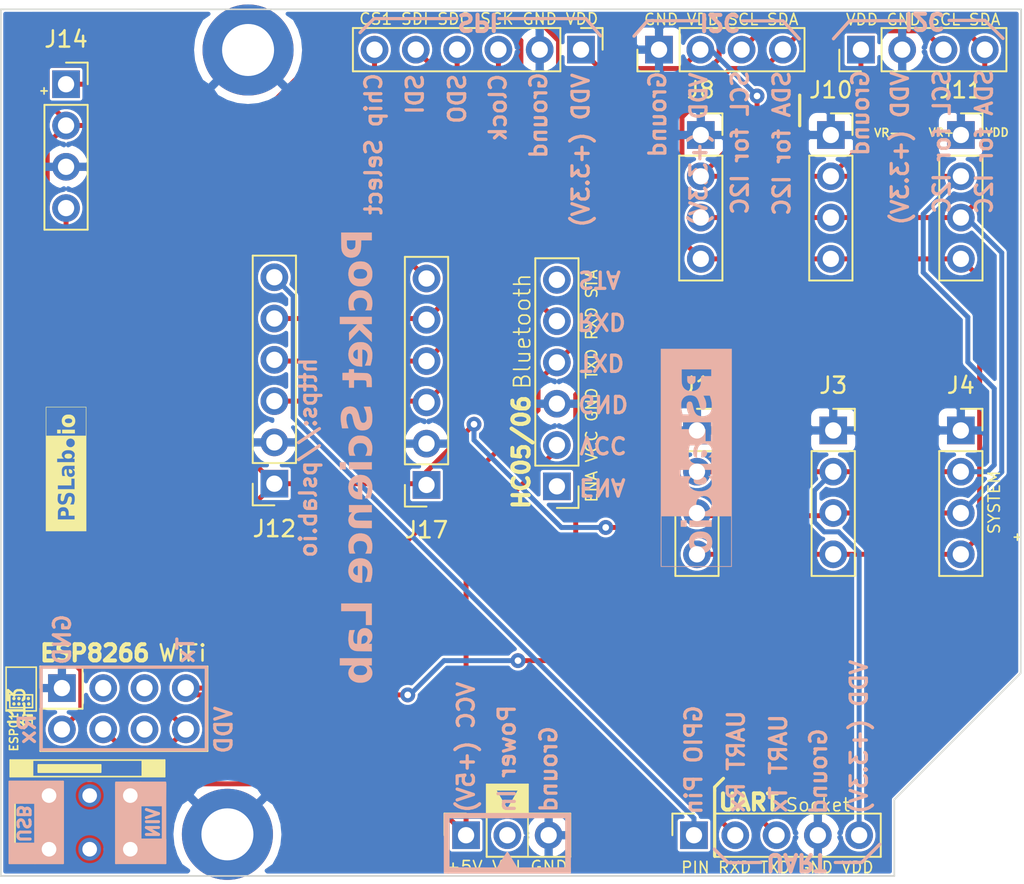
<source format=kicad_pcb>
(kicad_pcb (version 20171130) (host pcbnew 5.1.6-c6e7f7d~87~ubuntu18.04.1)
  (title_block (title PSLab) (date 2019-03-24) (rev v6.1) (company FOSSASIA))
  (layers (0 L1.Front signal) (1 L2.Signal signal) (2 L3.Power signal) (31 L4.Ground signal) (34 B.Paste user) (35 F.Paste user) (36 B.SilkS user) (37 F.SilkS user) (38 B.Mask user) (39 F.Mask user) (44 Edge.Cuts user))
  (net 0 "")
  (net 1 GND)
  (net 2 +5V)
  (net 3 SCK)
  (net 4 SDO)
  (net 5 SDI)
  (net 6 CS)
  (net 7 "Net-(J5-Pad1)")
  (net 8 "Net-(J5-Pad6)")
  (net 9 ExP)
  (net 10 InP)
  (net 11 IOut)
  (net 12 TxD2)
  (net 13 RxD2)
  (net 14 Vdd)
  (net 15 /SDA)
  (net 16 /SCL)
  (net 17 "Net-(J15-Pad2)")
  (net 18 "Net-(J13-Pad3)")
  (net 19 "Net-(J13-Pad5)")
  (net 20 "Net-(J13-Pad6)")
  (module Pin_Headers:Pin_Header_Straight_1x04_Pitch2.54mm (layer L1.Front) (at 131.43 62.75 90)
    (fp_text reference J6 hide)
    (fp_text value I2C-1)
    (pad 1 thru_hole rect (at 0 0 90) (size 1.7 1.7) (drill 1) (layers *.Cu *.Mask) (net 1 GND))
    (pad 2 thru_hole oval (at 0 2.54 90) (size 1.7 1.7) (drill 1) (layers *.Cu *.Mask) (net 14 Vdd))
    (pad 3 thru_hole oval (at 0 5.08 90) (size 1.7 1.7) (drill 1) (layers *.Cu *.Mask) (net 15 /SDA))
    (pad 4 thru_hole oval (at 0 7.62 90) (size 1.7 1.7) (drill 1) (layers *.Cu *.Mask) (net 16 /SCL))
  )
  (module Pin_Headers:Pin_Header_Straight_1x04_Pitch2.54mm (layer L1.Front) (at 143.85 62.75 90)
    (fp_text reference J16 hide)
    (fp_text value I2C-2)
    (pad 1 thru_hole rect (at 0 0 90) (size 1.7 1.7) (drill 1) (layers *.Cu *.Mask) (net 14 Vdd))
    (pad 2 thru_hole oval (at 0 2.54 90) (size 1.7 1.7) (drill 1) (layers *.Cu *.Mask) (net 1 GND))
    (pad 3 thru_hole oval (at 0 5.08 90) (size 1.7 1.7) (drill 1) (layers *.Cu *.Mask) (net 16 /SCL))
    (pad 4 thru_hole oval (at 0 7.62 90) (size 1.7 1.7) (drill 1) (layers *.Cu *.Mask) (net 15 /SDA))
  )
  (module Pin_Headers:Pin_Header_Straight_1x06_Pitch2.54mm (layer L1.Front) (at 125.148 89.611 180)
    (fp_text reference J5 hide)
    (fp_text value Bluetooth hide)
    (pad 1 thru_hole rect (at 0 0 180) (size 1.7 1.7) (drill 1) (layers *.Cu *.Mask) (net 7 "Net-(J5-Pad1)"))
    (pad 2 thru_hole oval (at 0 2.54 180) (size 1.7 1.7) (drill 1) (layers *.Cu *.Mask) (net 2 +5V))
    (pad 3 thru_hole oval (at 0 5.08 180) (size 1.7 1.7) (drill 1) (layers *.Cu *.Mask) (net 1 GND))
    (pad 4 thru_hole oval (at 0 7.62 180) (size 1.7 1.7) (drill 1) (layers *.Cu *.Mask) (net 12 TxD2))
    (pad 5 thru_hole oval (at 0 10.16 180) (size 1.7 1.7) (drill 1) (layers *.Cu *.Mask) (net 13 RxD2))
    (pad 6 thru_hole oval (at 0 12.7 180) (size 1.7 1.7) (drill 1) (layers *.Cu *.Mask) (net 8 "Net-(J5-Pad6)"))
  )
  (module Custom_Components:PSL_Logo (layer L4.Ground) (at 112.8 87.85 270)
    (fp_text reference S7 hide)
    (fp_text value PSL_Logo hide)
  )
  (module Mounting_Holes:MountingHole_3.2mm_M3_DIN965_Pad (layer L1.Front) (at 104.88 111.02)
    (fp_text reference MH1 (at 0.05 0.08) (layer F.SilkS) (effects (font (size 0.5 0.5) (thickness 0.1))))
    (fp_text value M)
    (pad 1 thru_hole circle (at 0 0) (size 5.6 5.6) (drill 3.2) (layers *.Cu *.Mask) (net 1 GND))
  )
  (module Mounting_Holes:MountingHole_3.2mm_M3_DIN965_Pad (layer L1.Front) (at 106.15 62.77)
    (fp_text reference MH3 (at 0.03 -0.12) (layer F.SilkS) (effects (font (size 0.5 0.5) (thickness 0.1))))
    (fp_text value M)
    (pad 1 thru_hole circle (at 0 0) (size 5.6 5.6) (drill 3.2) (layers *.Cu *.Mask) (net 1 GND))
  )
  (module Pin_Headers:Pin_Header_Straight_1x06_Pitch2.54mm (layer L1.Front) (at 126.63 62.75 270)
    (fp_text reference J9 hide)
    (fp_text value "SPI Main")
    (pad 1 thru_hole rect (at 0 0 270) (size 1.7 1.7) (drill 1) (layers *.Cu *.Mask) (net 14 Vdd))
    (pad 2 thru_hole oval (at 0 2.54 270) (size 1.7 1.7) (drill 1) (layers *.Cu *.Mask) (net 1 GND))
    (pad 3 thru_hole oval (at 0 5.08 270) (size 1.7 1.7) (drill 1) (layers *.Cu *.Mask) (net 3 SCK))
    (pad 4 thru_hole oval (at 0 7.62 270) (size 1.7 1.7) (drill 1) (layers *.Cu *.Mask) (net 4 SDO))
    (pad 5 thru_hole oval (at 0 10.16 270) (size 1.7 1.7) (drill 1) (layers *.Cu *.Mask) (net 5 SDI))
    (pad 6 thru_hole oval (at 0 12.7 270) (size 1.7 1.7) (drill 1) (layers *.Cu *.Mask) (net 6 CS))
  )
  (module Custom_Components:PSLabDotIO (layer L1.Front) (at 94.9532 88.5483 90)
    (fp_text reference S2 hide)
    (fp_text value PSLab_Logo hide)
  )
  (module Custom_Components:PSLabDotIO4000 (layer L4.Ground) (at 133.72 87.86 270)
    (fp_text reference S4 hide)
    (fp_text value PSLabDotIO_B hide)
  )
  (module Connector_PinSocket_2.54mm:PinSocket_1x03_P2.54mm_Vertical (layer L1.Front) (at 119.56 111.074 90)
    (fp_text reference J15 hide)
    (fp_text value "External Power" hide)
    (pad 1 thru_hole rect (at 0 0 90) (size 1.7 1.7) (drill 1) (layers *.Cu *.Mask) (net 2 +5V))
    (pad 2 thru_hole oval (at 0 2.54 90) (size 1.7 1.7) (drill 1) (layers *.Cu *.Mask) (net 17 "Net-(J15-Pad2)"))
    (pad 3 thru_hole oval (at 0 5.08 90) (size 1.7 1.7) (drill 1) (layers *.Cu *.Mask) (net 1 GND))
  )
  (module Button_Switch_THT:SW_CuK_JS202011CQN_DPDT_Straight (layer L1.Front) (at 93.906 108.6356)
    (fp_text reference SW1 hide)
    (fp_text value "Power Route" hide)
    (pad 1 thru_hole rect (at 0 0) (size 1.4 1.4) (drill 0.9) (layers *.Cu *.Mask) (net 10 InP))
    (pad 2 thru_hole circle (at 2.5 0) (size 1.4 1.4) (drill 0.9) (layers *.Cu *.Mask) (net 2 +5V))
    (pad 3 thru_hole circle (at 5 0) (size 1.4 1.4) (drill 0.9) (layers *.Cu *.Mask) (net 9 ExP))
    (pad 4 thru_hole circle (at 0 3.3) (size 1.4 1.4) (drill 0.9) (layers *.Cu *.Mask) (net 10 InP))
    (pad 5 thru_hole circle (at 2.5 3.3) (size 1.4 1.4) (drill 0.9) (layers *.Cu *.Mask) (net 2 +5V))
    (pad 6 thru_hole circle (at 5 3.3) (size 1.4 1.4) (drill 0.9) (layers *.Cu *.Mask) (net 9 ExP))
  )
  (module Connector_PinSocket_2.54mm:PinSocket_1x05_P2.54mm_Vertical (layer L1.Front) (at 133.5808 111.074 90)
    (fp_text reference J7 hide)
    (fp_text value UART/ESP hide)
    (pad 1 thru_hole rect (at 0 0 90) (size 1.7 1.7) (drill 1) (layers *.Cu *.Mask) (net 11 IOut))
    (pad 2 thru_hole oval (at 0 2.54 90) (size 1.7 1.7) (drill 1) (layers *.Cu *.Mask) (net 12 TxD2))
    (pad 3 thru_hole oval (at 0 5.08 90) (size 1.7 1.7) (drill 1) (layers *.Cu *.Mask) (net 13 RxD2))
    (pad 4 thru_hole oval (at 0 7.62 90) (size 1.7 1.7) (drill 1) (layers *.Cu *.Mask) (net 1 GND))
    (pad 5 thru_hole oval (at 0 10.16 90) (size 1.7 1.7) (drill 1) (layers *.Cu *.Mask) (net 14 Vdd))
  )
  (module Connector_PinSocket_2.54mm:PinSocket_1x04_P2.54mm_Vertical (layer L1.Front) (at 133.7644 86.1734)
    (fp_text reference J1 (at 0 -2.77) (layer F.SilkS))
    (fp_text value "I2C G6")
    (pad 4 thru_hole oval (at 0 7.62) (size 1.7 1.7) (drill 1) (layers *.Cu *.Mask) (net 16 /SCL))
    (pad 3 thru_hole oval (at 0 5.08) (size 1.7 1.7) (drill 1) (layers *.Cu *.Mask) (net 15 /SDA))
    (pad 2 thru_hole oval (at 0 2.54) (size 1.7 1.7) (drill 1) (layers *.Cu *.Mask) (net 14 Vdd))
    (pad 1 thru_hole rect (at 0 0) (size 1.7 1.7) (drill 1) (layers *.Cu *.Mask) (net 1 GND))
  )
  (module Connector_PinSocket_2.54mm:PinSocket_1x04_P2.54mm_Vertical (layer L1.Front) (at 142.1464 86.1734)
    (fp_text reference J3 (at 0 -2.77) (layer F.SilkS))
    (fp_text value "I2C G5")
    (pad 1 thru_hole rect (at 0 0) (size 1.7 1.7) (drill 1) (layers *.Cu *.Mask) (net 1 GND))
    (pad 2 thru_hole oval (at 0 2.54) (size 1.7 1.7) (drill 1) (layers *.Cu *.Mask) (net 14 Vdd))
    (pad 3 thru_hole oval (at 0 5.08) (size 1.7 1.7) (drill 1) (layers *.Cu *.Mask) (net 15 /SDA))
    (pad 4 thru_hole oval (at 0 7.62) (size 1.7 1.7) (drill 1) (layers *.Cu *.Mask) (net 16 /SCL))
  )
  (module Connector_PinSocket_2.54mm:PinSocket_1x04_P2.54mm_Vertical (layer L1.Front) (at 149.995 86.1734)
    (fp_text reference J4 (at 0 -2.77) (layer F.SilkS))
    (fp_text value "I2C G4")
    (pad 4 thru_hole oval (at 0 7.62) (size 1.7 1.7) (drill 1) (layers *.Cu *.Mask) (net 16 /SCL))
    (pad 3 thru_hole oval (at 0 5.08) (size 1.7 1.7) (drill 1) (layers *.Cu *.Mask) (net 15 /SDA))
    (pad 2 thru_hole oval (at 0 2.54) (size 1.7 1.7) (drill 1) (layers *.Cu *.Mask) (net 14 Vdd))
    (pad 1 thru_hole rect (at 0 0) (size 1.7 1.7) (drill 1) (layers *.Cu *.Mask) (net 1 GND))
  )
  (module Connector_PinSocket_2.54mm:PinSocket_1x04_P2.54mm_Vertical (layer L1.Front) (at 134 68)
    (fp_text reference J8 (at 0 -2.77) (layer F.SilkS))
    (fp_text value "I2C G3")
    (pad 1 thru_hole rect (at 0 0) (size 1.7 1.7) (drill 1) (layers *.Cu *.Mask) (net 1 GND))
    (pad 2 thru_hole oval (at 0 2.54) (size 1.7 1.7) (drill 1) (layers *.Cu *.Mask) (net 14 Vdd))
    (pad 3 thru_hole oval (at 0 5.08) (size 1.7 1.7) (drill 1) (layers *.Cu *.Mask) (net 15 /SDA))
    (pad 4 thru_hole oval (at 0 7.62) (size 1.7 1.7) (drill 1) (layers *.Cu *.Mask) (net 16 /SCL))
  )
  (module Connector_PinSocket_2.54mm:PinSocket_1x04_P2.54mm_Vertical (layer L1.Front) (at 142 68)
    (fp_text reference J10 (at 0 -2.77) (layer F.SilkS))
    (fp_text value "I2C G2")
    (pad 4 thru_hole oval (at 0 7.62) (size 1.7 1.7) (drill 1) (layers *.Cu *.Mask) (net 16 /SCL))
    (pad 3 thru_hole oval (at 0 5.08) (size 1.7 1.7) (drill 1) (layers *.Cu *.Mask) (net 15 /SDA))
    (pad 2 thru_hole oval (at 0 2.54) (size 1.7 1.7) (drill 1) (layers *.Cu *.Mask) (net 14 Vdd))
    (pad 1 thru_hole rect (at 0 0) (size 1.7 1.7) (drill 1) (layers *.Cu *.Mask) (net 1 GND))
  )
  (module Connector_PinSocket_2.54mm:PinSocket_1x04_P2.54mm_Vertical (layer L1.Front) (at 150 68)
    (fp_text reference J11 (at 0 -2.77) (layer F.SilkS))
    (fp_text value "I2C G1")
    (pad 1 thru_hole rect (at 0 0) (size 1.7 1.7) (drill 1) (layers *.Cu *.Mask) (net 1 GND))
    (pad 2 thru_hole oval (at 0 2.54) (size 1.7 1.7) (drill 1) (layers *.Cu *.Mask) (net 14 Vdd))
    (pad 3 thru_hole oval (at 0 5.08) (size 1.7 1.7) (drill 1) (layers *.Cu *.Mask) (net 15 /SDA))
    (pad 4 thru_hole oval (at 0 7.62) (size 1.7 1.7) (drill 1) (layers *.Cu *.Mask) (net 16 /SCL))
  )
  (module Connector_PinSocket_2.54mm:PinSocket_1x06_P2.54mm_Vertical (layer L1.Front) (at 107.7675 89.45 180)
    (fp_text reference J12 (at 0 -2.77) (layer F.SilkS))
    (fp_text value "SPI G2")
    (pad 6 thru_hole oval (at 0 12.7 180) (size 1.7 1.7) (drill 1) (layers *.Cu *.Mask) (net 11 IOut))
    (pad 5 thru_hole oval (at 0 10.16 180) (size 1.7 1.7) (drill 1) (layers *.Cu *.Mask) (net 5 SDI))
    (pad 4 thru_hole oval (at 0 7.62 180) (size 1.7 1.7) (drill 1) (layers *.Cu *.Mask) (net 4 SDO))
    (pad 3 thru_hole oval (at 0 5.08 180) (size 1.7 1.7) (drill 1) (layers *.Cu *.Mask) (net 3 SCK))
    (pad 2 thru_hole oval (at 0 2.54 180) (size 1.7 1.7) (drill 1) (layers *.Cu *.Mask) (net 1 GND))
    (pad 1 thru_hole rect (at 0 0 180) (size 1.7 1.7) (drill 1) (layers *.Cu *.Mask) (net 14 Vdd))
  )
  (module Connector_PinSocket_2.54mm:PinSocket_2x04_P2.54mm_Vertical (layer L1.Front) (at 94.6992 102.023 90)
    (fp_text reference J13 (at -1.27 -2.77 90) (layer F.SilkS))
    (fp_text value ESP)
    (pad 1 thru_hole rect (at 0 0 90) (size 1.7 1.7) (drill 1) (layers *.Cu *.Mask) (net 1 GND))
    (pad 2 thru_hole oval (at -2.54 0 90) (size 1.7 1.7) (drill 1) (layers *.Cu *.Mask) (net 13 RxD2))
    (pad 3 thru_hole oval (at 0 2.54 90) (size 1.7 1.7) (drill 1) (layers *.Cu *.Mask) (net 18 "Net-(J13-Pad3)"))
    (pad 4 thru_hole oval (at -2.54 2.54 90) (size 1.7 1.7) (drill 1) (layers *.Cu *.Mask) (net 14 Vdd))
    (pad 5 thru_hole oval (at 0 5.08 90) (size 1.7 1.7) (drill 1) (layers *.Cu *.Mask) (net 19 "Net-(J13-Pad5)"))
    (pad 6 thru_hole oval (at -2.54 5.08 90) (size 1.7 1.7) (drill 1) (layers *.Cu *.Mask) (net 20 "Net-(J13-Pad6)"))
    (pad 7 thru_hole oval (at 0 7.62 90) (size 1.7 1.7) (drill 1) (layers *.Cu *.Mask) (net 12 TxD2))
    (pad 8 thru_hole oval (at -2.54 7.62 90) (size 1.7 1.7) (drill 1) (layers *.Cu *.Mask) (net 14 Vdd))
  )
  (module Connector_PinSocket_2.54mm:PinSocket_1x04_P2.54mm_Vertical (layer L1.Front) (at 94.9532 64.8755)
    (fp_text reference J14 (at 0 -2.77) (layer F.SilkS))
    (fp_text value "UART G1")
    (pad 1 thru_hole rect (at 0 0) (size 1.7 1.7) (drill 1) (layers *.Cu *.Mask) (net 12 TxD2))
    (pad 2 thru_hole oval (at 0 2.54) (size 1.7 1.7) (drill 1) (layers *.Cu *.Mask) (net 13 RxD2))
    (pad 3 thru_hole oval (at 0 5.08) (size 1.7 1.7) (drill 1) (layers *.Cu *.Mask) (net 1 GND))
    (pad 4 thru_hole oval (at 0 7.62) (size 1.7 1.7) (drill 1) (layers *.Cu *.Mask) (net 14 Vdd))
  )
  (module Connector_PinSocket_2.54mm:PinSocket_1x06_P2.54mm_Vertical (layer L1.Front) (at 117.1274 89.5262 180)
    (fp_text reference J17 (at 0 -2.77) (layer F.SilkS))
    (fp_text value "SPI G1")
    (pad 1 thru_hole rect (at 0 0 180) (size 1.7 1.7) (drill 1) (layers *.Cu *.Mask) (net 14 Vdd))
    (pad 2 thru_hole oval (at 0 2.54 180) (size 1.7 1.7) (drill 1) (layers *.Cu *.Mask) (net 1 GND))
    (pad 3 thru_hole oval (at 0 5.08 180) (size 1.7 1.7) (drill 1) (layers *.Cu *.Mask) (net 3 SCK))
    (pad 4 thru_hole oval (at 0 7.62 180) (size 1.7 1.7) (drill 1) (layers *.Cu *.Mask) (net 4 SDO))
    (pad 5 thru_hole oval (at 0 10.16 180) (size 1.7 1.7) (drill 1) (layers *.Cu *.Mask) (net 5 SDI))
    (pad 6 thru_hole oval (at 0 12.7 180) (size 1.7 1.7) (drill 1) (layers *.Cu *.Mask) (net 6 CS))
  )
  (gr_text "Chip Select" (at 113.87 64.09 90) (layer B.SilkS) (effects (font (size 1 1) (thickness 0.2)) (justify left mirror)))
  (gr_text SDI (at 116.42 64.14 90) (layer B.SilkS) (effects (font (size 1 1) (thickness 0.2)) (justify left mirror)))
  (gr_line (start 145.9056 108.881) (end 153.678 101.1086) (layer Edge.Cuts) (width 0.1))
  (gr_line (start 145.9056 113.58) (end 145.9056 108.881) (layer Edge.Cuts) (width 0.1))
  (gr_line (start 153.7034 60.2654) (end 153.678 101.1086) (layer Edge.Cuts) (width 0.1))
  (gr_line (start 93.4234 100.7362) (end 93.4234 100.7616) (layer B.SilkS) (width 0.1))
  (gr_line (start 103.5834 100.7362) (end 93.4234 100.7362) (layer B.SilkS) (width 0.2))
  (gr_line (start 103.5834 105.8162) (end 103.5834 100.7362) (layer B.SilkS) (width 0.2))
  (gr_line (start 93.4234 105.8162) (end 103.5834 105.8162) (layer B.SilkS) (width 0.2))
  (gr_line (start 93.4234 100.7616) (end 93.4234 105.8162) (layer B.SilkS) (width 0.2))
  (gr_text VDD (at 104.6502 104.597 90) (layer B.SilkS) (effects (font (size 1 1) (thickness 0.2)) (justify mirror)))
  (gr_text Rx (at 92.5598 104.5462 90) (layer B.SilkS) (effects (font (size 1 1) (thickness 0.2)) (justify mirror)))
  (gr_text Tx (at 102.3134 99.6948 90) (layer B.SilkS) (effects (font (size 1 1) (thickness 0.2)) (justify mirror)))
  (gr_text GND (at 94.7188 99.0344 90) (layer B.SilkS) (effects (font (size 1 1) (thickness 0.2)) (justify mirror)))
  (gr_text WiFi (at 102.1102 99.8726) (layer F.SilkS) (effects (font (size 1 1))))
  (gr_poly (pts (xy 92.8646 103.9366) (xy 92.6106 103.9366) (xy 92.6106 103.6826) (xy 92.8646 103.6826)) (layer F.SilkS) (width 0.1))
  (gr_line (start 92.3312 103.9874) (end 92.8392 103.9874) (layer F.SilkS) (width 0.1))
  (gr_line (start 92.8646 103.962) (end 92.8646 104.0128) (layer F.SilkS) (width 0.1))
  (gr_line (start 92.3058 103.962) (end 92.8646 103.962) (layer F.SilkS) (width 0.1))
  (gr_line (start 92.5852 103.6826) (end 92.5852 104.2414) (layer F.SilkS) (width 0.1))
  (gr_line (start 92.8646 104.2668) (end 92.3058 104.2668) (layer F.SilkS) (width 0.1))
  (gr_line (start 92.8646 103.6826) (end 92.8646 104.2668) (layer F.SilkS) (width 0.1))
  (gr_line (start 92.3058 103.6826) (end 92.8646 103.6826) (layer F.SilkS) (width 0.1))
  (gr_line (start 92.3058 104.2668) (end 92.3058 103.6826) (layer F.SilkS) (width 0.1))
  (gr_text ESP01 (at 91.747 104.724 90) (layer F.SilkS) (effects (font (size 0.5 0.5) (thickness 0.1))))
  (gr_circle (center 92.0518 102.9968) (end 92.1026 103.0222) (layer F.SilkS) (width 0.1))
  (gr_circle (center 92.3566 102.9968) (end 92.4074 103.0222) (layer F.SilkS) (width 0.1))
  (gr_circle (center 92.6614 102.9968) (end 92.7122 103.0222) (layer F.SilkS) (width 0.1))
  (gr_circle (center 92.636 102.6666) (end 92.6868 102.692) (layer F.SilkS) (width 0.1))
  (gr_circle (center 92.3566 102.6666) (end 92.4074 102.692) (layer F.SilkS) (width 0.1))
  (gr_circle (center 92.0518 102.6666) (end 92.1026 102.692) (layer F.SilkS) (width 0.1))
  (gr_circle (center 91.747 102.9968) (end 91.7724 103.0476) (layer F.SilkS) (width 0.1))
  (gr_circle (center 91.747 102.6666) (end 91.7978 102.692) (layer F.SilkS) (width 0.1))
  (gr_line (start 92.89 102.438) (end 91.493 102.438) (layer F.SilkS) (width 0.1))
  (gr_line (start 92.89 103.2254) (end 92.89 102.438) (layer F.SilkS) (width 0.1))
  (gr_line (start 91.493 103.2254) (end 92.89 103.2254) (layer F.SilkS) (width 0.1))
  (gr_line (start 91.493 102.438) (end 91.493 103.2254) (layer F.SilkS) (width 0.1))
  (gr_line (start 93.1186 103.4286) (end 93.1186 100.7362) (layer F.SilkS) (width 0.1))
  (gr_line (start 91.2644 103.4286) (end 93.1186 103.4286) (layer F.SilkS) (width 0.1))
  (gr_line (start 91.2644 100.7362) (end 91.2644 103.4286) (layer F.SilkS) (width 0.1))
  (gr_line (start 93.1186 100.7362) (end 91.2644 100.7362) (layer F.SilkS) (width 0.1))
  (gr_poly (pts (xy 100.9926 107.4418) (xy 99.6464 107.4418) (xy 99.6464 106.502) (xy 100.9926 106.502)) (layer F.SilkS) (width 0.1))
  (gr_poly (pts (xy 92.89 107.4418) (xy 91.5438 107.4418) (xy 91.5438 106.4766) (xy 92.89 106.4766)) (layer F.SilkS) (width 0.1))
  (gr_poly (pts (xy 97.081 107.1878) (xy 93.2456 107.1878) (xy 93.2456 106.756) (xy 97.081 106.756)) (layer F.SilkS) (width 0.1))
  (gr_line (start 97.081 106.756) (end 93.2456 106.756) (layer F.SilkS) (width 0.1))
  (gr_line (start 97.081 107.1878) (end 97.081 106.756) (layer F.SilkS) (width 0.1))
  (gr_line (start 93.2456 107.1878) (end 97.081 107.1878) (layer F.SilkS) (width 0.1))
  (gr_line (start 93.2456 106.756) (end 93.2456 107.1878) (layer F.SilkS) (width 0.1))
  (gr_line (start 91.5184 106.4512) (end 91.5184 107.4672) (layer F.SilkS) (width 0.1))
  (gr_line (start 101.018 106.4512) (end 91.5184 106.4512) (layer F.SilkS) (width 0.1))
  (gr_line (start 101.018 107.4672) (end 101.018 106.4512) (layer F.SilkS) (width 0.1))
  (gr_line (start 91.5184 107.4672) (end 101.018 107.4672) (layer F.SilkS) (width 0.1))
  (gr_poly (pts (xy 122.6842 113.106) (xy 125.9608 113.0933) (xy 125.9608 113.3854) (xy 118.4424 113.3854) (xy 118.4678 113.0933) (xy 121.4904 113.106) (xy 122.1 112.1408)) (layer B.SilkS) (width 0.1))
  (gr_poly (pts (xy 125.9608 113.3346) (xy 125.7068 113.3473) (xy 125.7068 109.7659) (xy 125.9608 109.7532)) (layer B.SilkS) (width 0.1))
  (gr_poly (pts (xy 125.9608 109.9818) (xy 118.4932 109.9818) (xy 118.4932 109.7532) (xy 125.9608 109.7532)) (layer B.SilkS) (width 0.1))
  (gr_poly (pts (xy 118.4932 113.3854) (xy 118.2392 113.3854) (xy 118.2392 109.7532) (xy 118.4932 109.7532)) (layer B.SilkS) (width 0.1))
  (gr_text "VCC (+5V)" (at 119.56 105.6638 90) (layer B.SilkS) (effects (font (size 1 1) (thickness 0.2)) (justify mirror)))
  (gr_text "Power In" (at 122.0746 106.375 90) (layer B.SilkS) (effects (font (size 1 1) (thickness 0.2)) (justify mirror)))
  (gr_text Ground (at 124.64 107.01 90) (layer B.SilkS) (effects (font (size 1 1) (thickness 0.2)) (justify mirror)))
  (gr_poly (pts (xy 123.3446 109.7024) (xy 122.1 109.7024) (xy 122.1 109.55) (xy 122.1508 109.5246) (xy 122.9636 108.1276) (xy 123.3446 108.1276)) (layer F.SilkS) (width 0.1))
  (gr_poly (pts (xy 121.3634 108.4832) (xy 122.1254 109.7278) (xy 120.8554 109.7278) (xy 120.8554 107.9752) (xy 121.3634 107.9752)) (layer F.SilkS) (width 0.1))
  (gr_line (start 121.0586 108.407) (end 121.7444 109.4484) (layer F.SilkS) (width 0.1))
  (gr_line (start 121.0586 109.4992) (end 121.0586 108.407) (layer F.SilkS) (width 0.1))
  (gr_line (start 121.846 109.4992) (end 121.0586 109.4992) (layer F.SilkS) (width 0.1))
  (gr_line (start 121.1094 108.3562) (end 121.846 109.4992) (layer F.SilkS) (width 0.1))
  (gr_line (start 121.0078 108.3562) (end 121.1094 108.3562) (layer F.SilkS) (width 0.1))
  (gr_line (start 121.0078 109.55) (end 121.0078 108.3562) (layer F.SilkS) (width 0.1))
  (gr_line (start 121.9222 109.55) (end 121.0078 109.55) (layer F.SilkS) (width 0.1))
  (gr_line (start 121.1602 108.28) (end 121.9222 109.55) (layer F.SilkS) (width 0.1))
  (gr_line (start 120.957 108.28) (end 121.1602 108.28) (layer F.SilkS) (width 0.1))
  (gr_line (start 120.957 109.6262) (end 120.957 108.28) (layer F.SilkS) (width 0.1))
  (gr_line (start 122.0238 109.6262) (end 120.957 109.6262) (layer F.SilkS) (width 0.1))
  (gr_line (start 121.211 108.2292) (end 122.0238 109.6262) (layer F.SilkS) (width 0.1))
  (gr_line (start 120.9062 108.2292) (end 121.211 108.2292) (layer F.SilkS) (width 0.1))
  (gr_line (start 120.9062 109.677) (end 120.9062 108.2292) (layer F.SilkS) (width 0.1))
  (gr_line (start 122.1254 109.677) (end 120.9062 109.677) (layer F.SilkS) (width 0.1))
  (gr_line (start 121.4904 108.6356) (end 122.1254 109.677) (layer F.SilkS) (width 0.1))
  (gr_line (start 121.2872 108.2546) (end 121.4904 108.6356) (layer F.SilkS) (width 0.1))
  (gr_line (start 121.6428 108.0514) (end 121.2872 108.2546) (layer F.SilkS) (width 0.1))
  (gr_line (start 123.3192 108.0514) (end 121.6428 108.0514) (layer F.SilkS) (width 0.1))
  (gr_line (start 123.3192 108.0006) (end 123.3192 108.0514) (layer F.SilkS) (width 0.1))
  (gr_line (start 120.8808 108.0006) (end 123.3192 108.0006) (layer F.SilkS) (width 0.1))
  (gr_line (start 120.8808 108.0514) (end 120.8808 108.0006) (layer F.SilkS) (width 0.1))
  (gr_line (start 121.6428 108.0514) (end 120.8808 108.0514) (layer F.SilkS) (width 0.1))
  (gr_line (start 121.6428 108.2038) (end 121.6428 108.0514) (layer F.SilkS) (width 0.1))
  (gr_line (start 120.8808 108.1784) (end 121.6428 108.2038) (layer F.SilkS) (width 0.1))
  (gr_line (start 120.8808 108.1276) (end 120.8808 108.1784) (layer F.SilkS) (width 0.1))
  (gr_line (start 123.3192 108.1276) (end 120.8808 108.1276) (layer F.SilkS) (width 0.1))
  (gr_line (start 123.3192 108.2038) (end 123.3192 108.1276) (layer F.SilkS) (width 0.1))
  (gr_line (start 121.6936 108.2038) (end 123.3192 108.2038) (layer F.SilkS) (width 0.1))
  (gr_line (start 121.6936 108.28) (end 121.6936 108.2038) (layer F.SilkS) (width 0.1))
  (gr_line (start 121.3634 108.28) (end 121.6936 108.28) (layer F.SilkS) (width 0.1))
  (gr_line (start 122.1 109.5246) (end 121.3634 108.28) (layer F.SilkS) (width 0.1))
  (gr_line (start 122.8112 108.28) (end 121.6936 108.28) (layer F.SilkS) (width 0.1))
  (gr_line (start 122.1 109.5246) (end 122.8112 108.28) (layer F.SilkS) (width 0.1))
  (gr_line (start 123.37 112.3948) (end 120.83 112.3948) (layer F.SilkS) (width 0.1))
  (gr_line (start 123.37 107.9498) (end 123.37 112.3948) (layer F.SilkS) (width 0.1))
  (gr_line (start 120.83 107.9498) (end 123.37 107.9498) (layer F.SilkS) (width 0.1))
  (gr_line (start 120.83 112.404) (end 120.83 107.9498) (layer F.SilkS) (width 0.1))
  (gr_poly (pts (xy 91.7216 109.0928) (xy 91.7216 111.582) (xy 91.4676 111.582) (xy 91.4676 109.0928)) (layer B.SilkS) (width 0.1))
  (gr_poly (pts (xy 93.0424 112.8012) (xy 91.4676 112.8012) (xy 91.4676 111.582) (xy 93.0424 111.582)) (layer B.SilkS) (width 0.1))
  (gr_poly (pts (xy 93.0424 109.0928) (xy 91.4676 109.0928) (xy 91.4676 107.772) (xy 93.0424 107.772)) (layer B.SilkS) (width 0.1))
  (gr_poly (pts (xy 94.7696 112.8012) (xy 93.0424 112.8012) (xy 93.0424 107.772) (xy 94.7696 107.772)) (layer B.SilkS) (width 0.1))
  (gr_text USB (at 92.3312 110.3628 270) (layer B.SilkS) (effects (font (size 0.75 0.75) (thickness 0.1875)) (justify mirror)))
  (gr_line (start 94.7696 112.8012) (end 94.7696 107.772) (layer B.SilkS) (width 0.1))
  (gr_line (start 91.4676 112.8012) (end 94.7696 112.8012) (layer B.SilkS) (width 0.1))
  (gr_line (start 91.4676 107.772) (end 91.4676 112.8012) (layer B.SilkS) (width 0.1))
  (gr_line (start 94.7696 107.772) (end 91.4676 107.772) (layer B.SilkS) (width 0.1))
  (gr_poly (pts (xy 101.0434 111.2772) (xy 100.891 111.2772) (xy 100.891 109.1436) (xy 101.0434 109.1436)) (layer B.SilkS) (width 0.1))
  (gr_poly (pts (xy 101.0688 112.8012) (xy 99.5956 112.7758) (xy 99.5448 111.328) (xy 101.0688 111.328)) (layer B.SilkS) (width 0.1))
  (gr_poly (pts (xy 101.0434 109.2452) (xy 99.5702 109.2452) (xy 99.5448 107.8228) (xy 101.0688 107.8228)) (layer B.SilkS) (width 0.1))
  (gr_poly (pts (xy 99.5448 112.7504) (xy 98.0208 112.8012) (xy 98.0208 107.8228) (xy 99.5448 107.8228)) (layer B.SilkS) (width 0.1))
  (gr_line (start 98.0208 107.9244) (end 98.1732 107.9244) (layer B.SilkS) (width 0.1))
  (gr_line (start 98.0208 112.8012) (end 98.0208 107.9244) (layer B.SilkS) (width 0.1))
  (gr_line (start 101.0688 112.8012) (end 98.0208 112.8012) (layer B.SilkS) (width 0.1))
  (gr_line (start 101.0688 107.9244) (end 101.0688 112.8012) (layer B.SilkS) (width 0.1))
  (gr_line (start 98.1732 107.9244) (end 101.0688 107.9244) (layer B.SilkS) (width 0.1))
  (gr_text VIN (at 100.3068 110.312 90) (layer B.SilkS) (effects (font (size 0.75 0.75) (thickness 0.1875)) (justify mirror)))
  (gr_text "+5V VIN GND" (at 122.0492 113.0044) (layer F.SilkS) (effects (font (size 0.69 0.75) (thickness 0.1))))
  (gr_text ESP8266 (at 96.7254 99.8726) (layer F.SilkS) (effects (font (size 1 1) (thickness 0.25))))
  (gr_line (start 140.0832 65.55) (end 140.0832 67.43) (layer F.SilkS) (width 0.2))
  (gr_text VDD (at 152.2244 67.8432) (layer F.SilkS) (effects (font (size 0.5 0.5) (thickness 0.1))))
  (gr_text VR+ (at 148.7954 67.8432) (layer F.SilkS) (effects (font (size 0.5 0.5) (thickness 0.1))))
  (gr_text VR- (at 145.4426 67.8686) (layer F.SilkS) (effects (font (size 0.5 0.5) (thickness 0.1))))
  (gr_text Clock (at 121.52 64.14 90) (layer B.SilkS) (effects (font (size 1 1) (thickness 0.2)) (justify left mirror)))
  (gr_text SDO (at 119.02 64.14 90) (layer B.SilkS) (effects (font (size 1 1) (thickness 0.2)) (justify left mirror)))
  (gr_text Ground (at 124.02 66.79 90) (layer B.SilkS) (effects (font (size 1 1) (thickness 0.2)) (justify mirror)))
  (gr_text "VDD (+3.3V)" (at 126.62 68.94 90) (layer B.SilkS) (effects (font (size 1 1) (thickness 0.2)) (justify mirror)))
  (gr_text SPI (at 120.29 61.05 180) (layer B.SilkS) (effects (font (size 1 1) (thickness 0.25)) (justify mirror)))
  (gr_line (start 121.57 60.84) (end 126.93 60.84) (angle 90) (layer B.SilkS) (width 0.2))
  (gr_line (start 126.94 60.85) (end 127.83 61.9) (angle 90) (layer B.SilkS) (width 0.2))
  (gr_line (start 119 60.84) (end 113.9 60.84) (angle 90) (layer B.SilkS) (width 0.2))
  (gr_line (start 113.9 60.84) (end 113.04 61.7) (angle 90) (layer B.SilkS) (width 0.2))
  (gr_text "CS1 SDI SDO SCK GND VDD" (at 120.34 60.86) (layer F.SilkS) (effects (font (size 0.69 0.7) (thickness 0.1))))
  (gr_text https://pslab.io (at 109.85 87.85 90) (layer B.SilkS) (effects (font (size 1 1) (thickness 0.2)) (justify mirror)))
  (gr_text STA (at 127.7642 76.8856 180) (layer B.SilkS) (effects (font (size 1 1) (thickness 0.2)) (justify mirror)))
  (gr_text RXD (at 127.8912 79.4764 180) (layer B.SilkS) (effects (font (size 1 1) (thickness 0.2)) (justify mirror)))
  (gr_text TXD (at 127.9166 81.991 180) (layer B.SilkS) (effects (font (size 1 1) (thickness 0.2)) (justify mirror)))
  (gr_text GND (at 127.9928 84.531 180) (layer B.SilkS) (effects (font (size 1 1) (thickness 0.2)) (justify mirror)))
  (gr_text ENA (at 127.94 89.6618 180) (layer B.SilkS) (effects (font (size 1 1) (thickness 0.2)) (justify mirror)))
  (gr_text VCC (at 127.9928 87.071 180) (layer B.SilkS) (effects (font (size 1 1) (thickness 0.2)) (justify mirror)))
  (gr_text "SCL for I2C" (at 148.83 68.41 90) (layer B.SilkS) (effects (font (size 1 1) (thickness 0.2)) (justify mirror)))
  (gr_text "SDA for I2C" (at 151.43 68.41 90) (layer B.SilkS) (effects (font (size 1 1) (thickness 0.2)) (justify mirror)))
  (gr_text "VDD (+3.3V)" (at 146.26 68.8 90) (layer B.SilkS) (effects (font (size 1 1) (thickness 0.2)) (justify mirror)))
  (gr_text "VDD (+3.3V)" (at 133.87 68.89 90) (layer B.SilkS) (effects (font (size 1 1) (thickness 0.2)) (justify mirror)))
  (gr_text Ground (at 131.34 66.73 90) (layer B.SilkS) (effects (font (size 1 1) (thickness 0.2)) (justify mirror)))
  (gr_text Ground (at 143.82 66.64 90) (layer B.SilkS) (effects (font (size 1 1) (thickness 0.2)) (justify mirror)))
  (gr_text Ground (at 141.2328 107.1454 90) (layer B.SilkS) (effects (font (size 1 1) (thickness 0.2)) (justify mirror)))
  (gr_line (start 130.73 60.97) (end 129.89 61.92) (angle 90) (layer B.SilkS) (width 0.2))
  (gr_line (start 133.77 60.97) (end 130.75 60.97) (angle 90) (layer B.SilkS) (width 0.2))
  (gr_line (start 139.06 60.98) (end 140.06 62.09) (angle 90) (layer B.SilkS) (width 0.2))
  (gr_line (start 136.54 60.98) (end 139.04 60.98) (angle 90) (layer B.SilkS) (width 0.2))
  (gr_line (start 143.16 60.97) (end 142.16 62.08) (angle 90) (layer B.SilkS) (width 0.2))
  (gr_line (start 146.49 60.97) (end 143.16 60.97) (angle 90) (layer B.SilkS) (width 0.2))
  (gr_line (start 151.48 60.95) (end 152.59 62.06) (angle 90) (layer B.SilkS) (width 0.2))
  (gr_line (start 149.27 60.95) (end 151.48 60.95) (angle 90) (layer B.SilkS) (width 0.2))
  (gr_line (start 134.852 108.1192) (end 135.392 107.5792) (angle 90) (layer F.SilkS) (width 0.2))
  (gr_line (start 134.852 108.3392) (end 134.852 108.1192) (angle 90) (layer F.SilkS) (width 0.2))
  (gr_line (start 134.852 112.3692) (end 134.852 108.3392) (angle 90) (layer F.SilkS) (width 0.2))
  (gr_line (start 135.6512 112.749) (end 134.8312 111.929) (angle 90) (layer B.SilkS) (width 0.2))
  (gr_line (start 137.7014 112.7492) (end 135.6948 112.7672) (angle 90) (layer B.SilkS) (width 0.2))
  (gr_text "VDD (+3.3V)" (at 143.7312 105.03 90) (layer B.SilkS) (effects (font (size 1 1) (thickness 0.2)) (justify mirror)))
  (gr_text Socket (at 141.202 109.2092) (layer F.SilkS) (effects (font (size 0.8 0.8) (thickness 0.1))))
  (gr_text UART (at 136.962 109.0492) (layer F.SilkS) (effects (font (size 1 1) (thickness 0.25))))
  (gr_text "ENA VCC GND TXD RXD STA" (at 127.29 83.44 90) (layer F.SilkS) (effects (font (size 0.69 0.69) (thickness 0.1))))
  (gr_line (start 143.8932 112.7492) (end 145.0108 111.6328) (angle 90) (layer B.SilkS) (width 0.2))
  (gr_line (start 142.2734 112.7492) (end 143.8932 112.7504) (angle 90) (layer B.SilkS) (width 0.2))
  (gr_text "UART Rx" (at 136.1728 106.5454 90) (layer B.SilkS) (effects (font (size 1 1) (thickness 0.2)) (justify mirror)))
  (gr_text "GPIO Pin" (at 133.5612 106.4426 90) (layer B.SilkS) (effects (font (size 1 1) (thickness 0.2)) (justify mirror)))
  (gr_text "UART Tx" (at 138.7728 106.6654 90) (layer B.SilkS) (effects (font (size 1 1) (thickness 0.2)) (justify mirror)))
  (gr_text UART (at 139.8858 112.7392 180) (layer B.SilkS) (effects (font (size 1 1) (thickness 0.25)) (justify mirror)))
  (gr_text I2C (at 147.77 60.99 180) (layer B.SilkS) (effects (font (size 1 1) (thickness 0.25)) (justify mirror)))
  (gr_text I2C (at 135.18 61.06 180) (layer B.SilkS) (effects (font (size 1 1) (thickness 0.25)) (justify mirror)))
  (gr_text "SDA for I2C" (at 138.98 68.51 90) (layer B.SilkS) (effects (font (size 1 1) (thickness 0.2)) (justify mirror)))
  (gr_text "SCL for I2C" (at 136.41 68.47 90) (layer B.SilkS) (effects (font (size 1 1) (thickness 0.2)) (justify mirror)))
  (gr_text Bluetooth (at 123.02 80.08 90) (layer F.SilkS) (effects (font (size 1 1) (thickness 0.1))))
  (gr_text HC05/06 (at 122.96 87.51 90) (layer F.SilkS) (effects (font (size 1 1) (thickness 0.25))))
  (gr_text "VDD GND SCL SDA" (at 147.6778 60.9) (layer F.SilkS) (effects (font (size 0.69 0.69) (thickness 0.1))))
  (gr_text "GND VDD SCL SDA" (at 135.2572 60.89) (layer F.SilkS) (effects (font (size 0.69 0.69) (thickness 0.1))))
  (gr_line (start 90.94 113.58) (end 90.94 60.27) (angle 90) (layer Edge.Cuts) (width 0.1))
  (gr_line (start 145.9056 113.58) (end 90.94 113.58) (angle 90) (layer Edge.Cuts) (width 0.1))
  (gr_line (start 90.94 60.27) (end 153.7034 60.2654) (angle 90) (layer Edge.Cuts) (width 0.1))
  (gr_text + (at 93.6012 65.2524) (layer F.SilkS) (effects (font (size 0.5 0.5) (thickness 0.1))))
  (gr_text + (at 153.4748 92.7012) (layer F.SilkS) (effects (font (size 0.5 0.5) (thickness 0.1))))
  (gr_text SYSTEM (at 152.0466 90.6 90) (layer F.SilkS) (effects (font (size 0.7 0.7) (thickness 0.1))))
  (gr_text "PIN RXD TXD GND VDD" (at 138.7116 113.0552) (layer F.SilkS) (effects (font (size 0.69 0.69) (thickness 0.1))))
  (segment (start 125.148 87.355878) (end 125.148 87.071) (width 0.3048) (layer L1.Front) (net 2))
  (segment (start 119.56 92.943878) (end 125.148 87.355878) (width 0.3048) (layer L1.Front) (net 2))
  (segment (start 119.56 111.074) (end 119.56 92.943878) (width 0.3048) (layer L1.Front) (net 2))
  (segment (start 99.674433 107.911599) (end 116.397599 107.911599) (width 0.3048) (layer L1.Front) (net 2))
  (segment (start 97.3957 108.6356) (end 98.3949 107.6364) (width 0.3048) (layer L1.Front) (net 2))
  (segment (start 96.406 108.6356) (end 97.3957 108.6356) (width 0.3048) (layer L1.Front) (net 2))
  (segment (start 99.390033 107.627199) (end 99.674433 107.911599) (width 0.3048) (layer L1.Front) (net 2))
  (segment (start 98.3949 107.6364) (end 98.403833 107.645333) (width 0.3048) (layer L1.Front) (net 2))
  (segment (start 116.397599 107.911599) (end 119.56 111.074) (width 0.3048) (layer L1.Front) (net 2))
  (segment (start 98.403833 107.645333) (end 98.421967 107.627199) (width 0.3048) (layer L1.Front) (net 2))
  (segment (start 98.421967 107.627199) (end 99.390033 107.627199) (width 0.3048) (layer L1.Front) (net 2))
  (segment (start 121.55 80.0236) (end 117.1274 84.4462) (width 0.3048) (layer L1.Front) (net 3))
  (segment (start 121.55 62.75) (end 121.55 80.0236) (width 0.3048) (layer L1.Front) (net 3))
  (segment (start 117.0512 84.37) (end 117.1274 84.4462) (width 0.3048) (layer L1.Front) (net 3))
  (segment (start 107.7675 84.37) (end 117.0512 84.37) (width 0.3048) (layer L1.Front) (net 3))
  (segment (start 119.01 80.0236) (end 117.1274 81.9062) (width 0.3048) (layer L1.Front) (net 4))
  (segment (start 119.01 62.75) (end 119.01 80.0236) (width 0.3048) (layer L1.Front) (net 4))
  (segment (start 107.8437 81.9062) (end 107.7675 81.83) (width 0.3048) (layer L1.Front) (net 4))
  (segment (start 117.1274 81.9062) (end 107.8437 81.9062) (width 0.3048) (layer L1.Front) (net 4))
  (segment (start 118.285801 78.207799) (end 117.1274 79.3662) (width 0.3048) (layer L1.Front) (net 5))
  (segment (start 118.285801 64.565801) (end 118.285801 78.207799) (width 0.3048) (layer L1.Front) (net 5))
  (segment (start 116.47 62.75) (end 118.285801 64.565801) (width 0.3048) (layer L1.Front) (net 5))
  (segment (start 117.0512 79.29) (end 117.1274 79.3662) (width 0.3048) (layer L1.Front) (net 5))
  (segment (start 107.7675 79.29) (end 117.0512 79.29) (width 0.3048) (layer L1.Front) (net 5))
  (segment (start 113.93 73.6288) (end 117.1274 76.8262) (width 0.3048) (layer L1.Front) (net 6))
  (segment (start 113.93 62.75) (end 113.93 73.6288) (width 0.3048) (layer L1.Front) (net 6))
  (segment (start 98.906 108.6356) (end 98.906 111.9356) (width 0.3048) (layer L1.Front) (net 9))
  (segment (start 133.5808 110.02811) (end 133.5808 111.074) (width 0.3048) (layer L4.Ground) (net 11))
  (segment (start 108.925901 85.373211) (end 133.5808 110.02811) (width 0.3048) (layer L4.Ground) (net 11))
  (segment (start 108.925901 77.908401) (end 108.925901 85.373211) (width 0.3048) (layer L4.Ground) (net 11))
  (segment (start 107.7675 76.75) (end 108.925901 77.908401) (width 0.3048) (layer L4.Ground) (net 11))
  (segment (start 123.989599 83.149401) (end 125.148 81.991) (width 0.3048) (layer L1.Front) (net 12))
  (segment (start 123.989599 84.919123) (end 123.989599 83.149401) (width 0.3048) (layer L1.Front) (net 12))
  (segment (start 106.885722 102.023) (end 123.989599 84.919123) (width 0.3048) (layer L1.Front) (net 12))
  (segment (start 102.3192 102.023) (end 106.885722 102.023) (width 0.3048) (layer L1.Front) (net 12))
  (segment (start 126.306401 80.832599) (end 125.148 81.991) (width 0.3048) (layer L1.Front) (net 12))
  (segment (start 126.306401 65.568769) (end 126.306401 80.832599) (width 0.3048) (layer L1.Front) (net 12))
  (segment (start 125.248401 62.193967) (end 125.248401 64.510769) (width 0.3048) (layer L1.Front) (net 12))
  (segment (start 125.248401 64.510769) (end 126.306401 65.568769) (width 0.3048) (layer L1.Front) (net 12))
  (segment (start 124.185223 61.130789) (end 125.248401 62.193967) (width 0.3048) (layer L1.Front) (net 12))
  (segment (start 113.183094 61.130789) (end 124.185223 61.130789) (width 0.3048) (layer L1.Front) (net 12))
  (segment (start 107.359194 66.95469) (end 113.183094 61.130789) (width 0.3048) (layer L1.Front) (net 12))
  (segment (start 98.18719 66.95469) (end 107.359194 66.95469) (width 0.3048) (layer L1.Front) (net 12))
  (segment (start 96.108 64.8755) (end 98.18719 66.95469) (width 0.3048) (layer L1.Front) (net 12))
  (segment (start 94.9532 64.8755) (end 96.108 64.8755) (width 0.3048) (layer L1.Front) (net 12))
  (via (at 122.7535 100.3339) (size 0.9144) (drill 0.4064) (layers L1.Front L4.Ground) (net 12))
  (segment (start 136.1208 111.074) (end 125.3807 100.3339) (width 0.3048) (layer L1.Front) (net 12))
  (segment (start 125.3807 100.3339) (end 122.7535 100.3339) (width 0.3048) (layer L1.Front) (net 12))
  (segment (start 122.7535 100.3339) (end 118.2069 100.3339) (width 0.3048) (layer L4.Ground) (net 12))
  (segment (start 118.2069 100.3339) (end 116.2384 102.3024) (width 0.3048) (layer L4.Ground) (net 12))
  (via (at 115.9717 102.4421) (size 0.9144) (drill 0.4064) (layers L1.Front L4.Ground) (net 12))
  (segment (start 116.2384 102.3024) (end 116.1114 102.3024) (width 0.3048) (layer L4.Ground) (net 12))
  (segment (start 116.1114 102.3024) (end 115.9717 102.4421) (width 0.3048) (layer L4.Ground) (net 12))
  (segment (start 102.7383 102.4421) (end 102.3192 102.023) (width 0.3048) (layer L1.Front) (net 12))
  (segment (start 115.9717 102.4421) (end 102.7383 102.4421) (width 0.3048) (layer L1.Front) (net 12))
  (segment (start 93.794799 68.573901) (end 94.9532 67.4155) (width 0.3048) (layer L1.Front) (net 13))
  (segment (start 93.794799 98.863477) (end 93.794799 68.573901) (width 0.3048) (layer L1.Front) (net 13))
  (segment (start 95.857601 100.926279) (end 93.794799 98.863477) (width 0.3048) (layer L1.Front) (net 13))
  (segment (start 95.857601 103.404599) (end 95.857601 100.926279) (width 0.3048) (layer L1.Front) (net 13))
  (segment (start 94.6992 104.563) (end 95.857601 103.404599) (width 0.3048) (layer L1.Front) (net 13))
  (segment (start 107.550066 67.4155) (end 113.373967 61.591599) (width 0.3048) (layer L1.Front) (net 13))
  (segment (start 94.9532 67.4155) (end 107.550066 67.4155) (width 0.3048) (layer L1.Front) (net 13))
  (segment (start 122.931599 77.234599) (end 125.148 79.451) (width 0.3048) (layer L1.Front) (net 13))
  (segment (start 122.931599 62.193967) (end 122.931599 77.234599) (width 0.3048) (layer L1.Front) (net 13))
  (segment (start 122.329231 61.591599) (end 122.931599 62.193967) (width 0.3048) (layer L1.Front) (net 13))
  (segment (start 113.373967 61.591599) (end 122.329231 61.591599) (width 0.3048) (layer L1.Front) (net 13))
  (segment (start 107.550067 67.4155) (end 113.373967 61.591599) (width 0.3048) (layer L1.Front) (net 13))
  (segment (start 95.238078 67.4155) (end 107.550067 67.4155) (width 0.3048) (layer L1.Front) (net 13))
  (segment (start 93.794799 65.972221) (end 95.238078 67.4155) (width 0.3048) (layer L1.Front) (net 13))
  (segment (start 93.794799 63.778779) (end 93.794799 65.972221) (width 0.3048) (layer L1.Front) (net 13))
  (segment (start 93.856479 63.717099) (end 93.794799 63.778779) (width 0.3048) (layer L1.Front) (net 13))
  (segment (start 96.049921 63.717099) (end 93.856479 63.717099) (width 0.3048) (layer L1.Front) (net 13))
  (segment (start 98.826702 66.49388) (end 96.049921 63.717099) (width 0.3048) (layer L1.Front) (net 13))
  (segment (start 107.168321 66.49388) (end 98.826702 66.49388) (width 0.3048) (layer L1.Front) (net 13))
  (segment (start 112.992221 60.669979) (end 107.168321 66.49388) (width 0.3048) (layer L1.Front) (net 13))
  (segment (start 133.604413 60.669979) (end 112.992221 60.669979) (width 0.3048) (layer L1.Front) (net 13))
  (segment (start 135.128401 62.193967) (end 133.604413 60.669979) (width 0.3048) (layer L1.Front) (net 13))
  (segment (start 135.128401 63.306033) (end 135.128401 62.193967) (width 0.3048) (layer L1.Front) (net 13))
  (segment (start 127.597528 70.836906) (end 135.128401 63.306033) (width 0.3048) (layer L1.Front) (net 13))
  (segment (start 127.597528 82.68384) (end 127.597528 70.836906) (width 0.3048) (layer L1.Front) (net 13))
  (segment (start 126.306401 83.974967) (end 127.597528 82.68384) (width 0.3048) (layer L1.Front) (net 13))
  (segment (start 126.306401 98.719601) (end 126.306401 83.974967) (width 0.3048) (layer L1.Front) (net 13))
  (segment (start 138.6608 111.074) (end 126.306401 98.719601) (width 0.3048) (layer L1.Front) (net 13))
  (segment (start 142 70.54) (end 134 70.54) (width 0.3048) (layer L1.Front) (net 14))
  (segment (start 142 70.54) (end 150 70.54) (width 0.3048) (layer L1.Front) (net 14))
  (segment (start 143.85 68.69) (end 143.85 62.75) (width 0.3048) (layer L1.Front) (net 14))
  (segment (start 142 70.54) (end 143.85 68.69) (width 0.3048) (layer L1.Front) (net 14))
  (segment (start 149.995 88.7134) (end 142.1464 88.7134) (width 0.3048) (layer L1.Front) (net 14))
  (segment (start 133.7644 88.7134) (end 142.1464 88.7134) (width 0.3048) (layer L1.Front) (net 14))
  (segment (start 101.160799 96.056701) (end 107.7675 89.45) (width 0.3048) (layer L1.Front) (net 14))
  (segment (start 101.160799 103.404599) (end 101.160799 96.056701) (width 0.3048) (layer L1.Front) (net 14))
  (segment (start 102.3192 104.563) (end 101.160799 103.404599) (width 0.3048) (layer L1.Front) (net 14))
  (segment (start 101.160799 105.721401) (end 102.3192 104.563) (width 0.3048) (layer L1.Front) (net 14))
  (segment (start 98.397601 105.721401) (end 101.160799 105.721401) (width 0.3048) (layer L1.Front) (net 14))
  (segment (start 97.2392 104.563) (end 98.397601 105.721401) (width 0.3048) (layer L1.Front) (net 14))
  (segment (start 94.9532 76.6357) (end 107.7675 89.45) (width 0.3048) (layer L1.Front) (net 14))
  (segment (start 94.9532 72.4955) (end 94.9532 76.6357) (width 0.3048) (layer L1.Front) (net 14))
  (segment (start 127.788401 63.908401) (end 132.811599 63.908401) (width 0.3048) (layer L1.Front) (net 14))
  (segment (start 132.811599 63.908401) (end 133.97 62.75) (width 0.3048) (layer L1.Front) (net 14))
  (segment (start 126.63 62.75) (end 127.788401 63.908401) (width 0.3048) (layer L1.Front) (net 14))
  (via (at 137.4601 65.5994) (size 0.9144) (drill 0.4064) (layers L1.Front L4.Ground) (net 14))
  (segment (start 134 70.54) (end 137.4601 67.0799) (width 0.3048) (layer L1.Front) (net 14))
  (segment (start 137.4601 67.0799) (end 137.4601 65.5994) (width 0.3048) (layer L1.Front) (net 14))
  (segment (start 134.6107 62.75) (end 133.97 62.75) (width 0.3048) (layer L4.Ground) (net 14))
  (segment (start 137.4601 65.5994) (end 134.6107 62.75) (width 0.3048) (layer L4.Ground) (net 14))
  (segment (start 140.987999 91.809433) (end 140.987999 89.871801) (width 0.3048) (layer L4.Ground) (net 14))
  (segment (start 141.590367 92.411801) (end 140.987999 91.809433) (width 0.3048) (layer L4.Ground) (net 14))
  (segment (start 142.479235 92.411801) (end 141.590367 92.411801) (width 0.3048) (layer L4.Ground) (net 14))
  (segment (start 140.987999 89.871801) (end 142.1464 88.7134) (width 0.3048) (layer L4.Ground) (net 14))
  (segment (start 143.7408 93.673366) (end 142.479235 92.411801) (width 0.3048) (layer L4.Ground) (net 14))
  (segment (start 143.7408 111.074) (end 143.7408 93.673366) (width 0.3048) (layer L4.Ground) (net 14))
  (segment (start 117.0512 89.45) (end 117.1274 89.5262) (width 0.3048) (layer L1.Front) (net 14))
  (segment (start 107.7675 89.45) (end 117.0512 89.45) (width 0.3048) (layer L1.Front) (net 14))
  (via (at 120.0484 85.7924) (size 0.9144) (drill 0.4064) (layers L1.Front L4.Ground) (net 14))
  (segment (start 117.1274 89.5262) (end 117.1274 88.7134) (width 0.3048) (layer L1.Front) (net 14))
  (segment (start 117.1274 88.7134) (end 120.0484 85.7924) (width 0.3048) (layer L1.Front) (net 14))
  (segment (start 120.0484 86.766522) (end 125.424278 92.1424) (width 0.3048) (layer L4.Ground) (net 14))
  (segment (start 120.0484 85.7924) (end 120.0484 86.766522) (width 0.3048) (layer L4.Ground) (net 14))
  (via (at 128.151 92.1424) (size 0.9144) (drill 0.4064) (layers L1.Front L4.Ground) (net 14))
  (segment (start 125.424278 92.1424) (end 128.151 92.1424) (width 0.3048) (layer L4.Ground) (net 14))
  (segment (start 130.3354 92.1424) (end 133.7644 88.7134) (width 0.3048) (layer L1.Front) (net 14))
  (segment (start 128.151 92.1424) (end 130.3354 92.1424) (width 0.3048) (layer L1.Front) (net 14))
  (segment (start 151.6333 88.7134) (end 149.995 88.7134) (width 0.3048) (layer L4.Ground) (net 14))
  (segment (start 150.4268 79.2011) (end 147.6836 76.4579) (width 0.3048) (layer L4.Ground) (net 14))
  (segment (start 147.6836 72.8564) (end 150 70.54) (width 0.3048) (layer L4.Ground) (net 14))
  (segment (start 147.6836 76.4579) (end 147.6836 72.8564) (width 0.3048) (layer L4.Ground) (net 14))
  (segment (start 150.4268 79.2011) (end 150.4268 81.9697) (width 0.3048) (layer L4.Ground) (net 14))
  (segment (start 150.4268 81.9697) (end 152.0524 83.5953) (width 0.3048) (layer L4.Ground) (net 14))
  (segment (start 152.0524 88.2943) (end 151.6333 88.7134) (width 0.3048) (layer L4.Ground) (net 14))
  (segment (start 152.0524 83.5953) (end 152.0524 88.2943) (width 0.3048) (layer L4.Ground) (net 14))
  (segment (start 134 73.08) (end 142 73.08) (width 0.3048) (layer L1.Front) (net 15))
  (segment (start 150 73.08) (end 142 73.08) (width 0.3048) (layer L1.Front) (net 15))
  (segment (start 151.47 71.61) (end 151.47 62.75) (width 0.3048) (layer L1.Front) (net 15))
  (segment (start 150 73.08) (end 151.47 71.61) (width 0.3048) (layer L1.Front) (net 15))
  (segment (start 149.344905 60.624905) (end 151.47 62.75) (width 0.3048) (layer L1.Front) (net 15))
  (segment (start 138.635095 60.624905) (end 149.344905 60.624905) (width 0.3048) (layer L1.Front) (net 15))
  (segment (start 136.51 62.75) (end 138.635095 60.624905) (width 0.3048) (layer L1.Front) (net 15))
  (segment (start 149.995 91.2534) (end 142.1464 91.2534) (width 0.3048) (layer L1.Front) (net 15))
  (segment (start 133.7644 91.2534) (end 133.9295 91.4185) (width 0.3048) (layer L1.Front) (net 15))
  (segment (start 141.9813 91.4185) (end 142.1464 91.2534) (width 0.3048) (layer L1.Front) (net 15))
  (segment (start 133.9295 91.4185) (end 141.9813 91.4185) (width 0.3048) (layer L1.Front) (net 15))
  (segment (start 152.51321 88.73519) (end 152.51321 75.24231) (width 0.3048) (layer L4.Ground) (net 15))
  (segment (start 149.995 91.2534) (end 152.51321 88.73519) (width 0.3048) (layer L4.Ground) (net 15))
  (segment (start 150.3509 73.08) (end 150 73.08) (width 0.3048) (layer L4.Ground) (net 15))
  (segment (start 152.51321 75.24231) (end 150.3509 73.08) (width 0.3048) (layer L4.Ground) (net 15))
  (segment (start 134 75.62) (end 142 75.62) (width 0.3048) (layer L1.Front) (net 16))
  (segment (start 142 75.62) (end 150 75.62) (width 0.3048) (layer L1.Front) (net 16))
  (segment (start 147.771599 61.591599) (end 140.208401 61.591599) (width 0.3048) (layer L1.Front) (net 16))
  (segment (start 140.208401 61.591599) (end 139.05 62.75) (width 0.3048) (layer L1.Front) (net 16))
  (segment (start 148.93 62.75) (end 147.771599 61.591599) (width 0.3048) (layer L1.Front) (net 16))
  (segment (start 132.841599 74.461599) (end 134 75.62) (width 0.3048) (layer L1.Front) (net 16))
  (segment (start 132.841599 66.903279) (end 132.841599 74.461599) (width 0.3048) (layer L1.Front) (net 16))
  (segment (start 135.836477 63.908401) (end 132.841599 66.903279) (width 0.3048) (layer L1.Front) (net 16))
  (segment (start 137.891599 63.908401) (end 135.836477 63.908401) (width 0.3048) (layer L1.Front) (net 16))
  (segment (start 139.05 62.75) (end 137.891599 63.908401) (width 0.3048) (layer L1.Front) (net 16))
  (segment (start 133.7644 93.7934) (end 142.1464 93.7934) (width 0.3048) (layer L1.Front) (net 16))
  (segment (start 149.995 93.7934) (end 142.1464 93.7934) (width 0.3048) (layer L1.Front) (net 16))
  (segment (start 151.153401 76.773401) (end 150 75.62) (width 0.3048) (layer L1.Front) (net 16))
  (segment (start 151.153401 92.634999) (end 151.153401 76.773401) (width 0.3048) (layer L1.Front) (net 16))
  (segment (start 149.995 93.7934) (end 151.153401 92.634999) (width 0.3048) (layer L1.Front) (net 16))
  (zone (net 10) (net_name InP) (layer L1.Front) (priority 1) (connect_pads yes (clearance 0.1)) (min_thickness 0.254) (fill yes (arc_segments 32) (thermal_gap 0.508) (thermal_bridge_width 0.508) (smoothing fillet) (radius 0.5))
    (polygon (pts (xy 94.7696 112.8012) (xy 93.0424 112.8012) (xy 93.0424 107.772) (xy 94.7696 107.772)))
  )
  (zone (net 2) (net_name +5V) (layer L1.Front) (priority 1) (connect_pads yes (clearance 0.1)) (min_thickness 0.254) (fill yes (arc_segments 32) (thermal_gap 0.508) (thermal_bridge_width 0.508) (smoothing fillet) (radius 0.5))
    (polygon (pts (xy 97.2588 112.815773) (xy 95.5316 112.815773) (xy 95.5316 107.786573) (xy 97.2588 107.786573)))
  )
  (zone (net 9) (net_name ExP) (layer L1.Front) (priority 1) (connect_pads yes (clearance 0.1)) (min_thickness 0.254) (fill yes (arc_segments 32) (thermal_gap 0.508) (thermal_bridge_width 0.508) (smoothing fillet) (radius 0.5))
    (polygon (pts (xy 99.7734 112.86243) (xy 98.0462 112.86243) (xy 98.0462 107.83323) (xy 99.7734 107.83323)))
  )
  (zone (net 1) (net_name GND) (layer L4.Ground) (connect_pads (clearance 0.1)) (min_thickness 0.254) (fill yes (arc_segments 32) (thermal_gap 0.508) (thermal_bridge_width 0.508))
    (polygon (pts (xy 153.7161 60.2781) (xy 153.678 101.1086) (xy 145.9056 108.881) (xy 145.9056 113.58) (xy 90.94 113.58) (xy 90.9527 60.2654)))
  )
)
</source>
